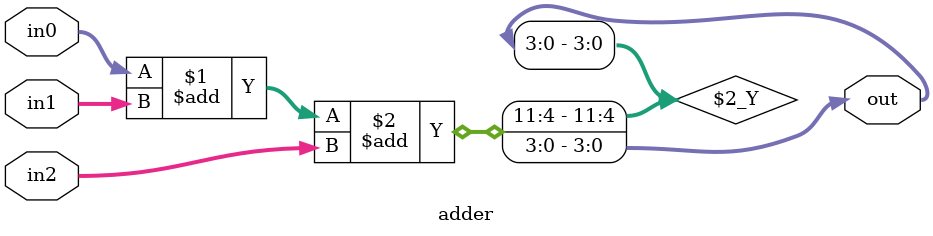
<source format=v>
`timescale 1ns / 1ps


module adder(
    input [11:0] in0,
    input [11:0] in1,
    input [3:0] in2,
    output [3:0] out
    );
    
    assign out = in0 + in1 + in2;
endmodule

</source>
